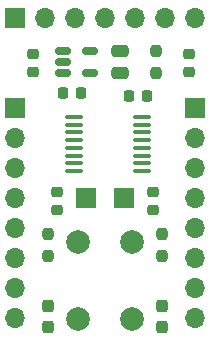
<source format=gbr>
%TF.GenerationSoftware,KiCad,Pcbnew,7.0.7*%
%TF.CreationDate,2024-07-05T12:18:51-04:00*%
%TF.ProjectId,MSP430FR21_Breakout,4d535034-3330-4465-9232-315f42726561,rev?*%
%TF.SameCoordinates,Original*%
%TF.FileFunction,Soldermask,Top*%
%TF.FilePolarity,Negative*%
%FSLAX46Y46*%
G04 Gerber Fmt 4.6, Leading zero omitted, Abs format (unit mm)*
G04 Created by KiCad (PCBNEW 7.0.7) date 2024-07-05 12:18:51*
%MOMM*%
%LPD*%
G01*
G04 APERTURE LIST*
G04 Aperture macros list*
%AMRoundRect*
0 Rectangle with rounded corners*
0 $1 Rounding radius*
0 $2 $3 $4 $5 $6 $7 $8 $9 X,Y pos of 4 corners*
0 Add a 4 corners polygon primitive as box body*
4,1,4,$2,$3,$4,$5,$6,$7,$8,$9,$2,$3,0*
0 Add four circle primitives for the rounded corners*
1,1,$1+$1,$2,$3*
1,1,$1+$1,$4,$5*
1,1,$1+$1,$6,$7*
1,1,$1+$1,$8,$9*
0 Add four rect primitives between the rounded corners*
20,1,$1+$1,$2,$3,$4,$5,0*
20,1,$1+$1,$4,$5,$6,$7,0*
20,1,$1+$1,$6,$7,$8,$9,0*
20,1,$1+$1,$8,$9,$2,$3,0*%
G04 Aperture macros list end*
%ADD10RoundRect,0.225000X-0.250000X0.225000X-0.250000X-0.225000X0.250000X-0.225000X0.250000X0.225000X0*%
%ADD11RoundRect,0.100000X0.637500X0.100000X-0.637500X0.100000X-0.637500X-0.100000X0.637500X-0.100000X0*%
%ADD12RoundRect,0.225000X0.250000X-0.225000X0.250000X0.225000X-0.250000X0.225000X-0.250000X-0.225000X0*%
%ADD13RoundRect,0.150000X-0.512500X-0.150000X0.512500X-0.150000X0.512500X0.150000X-0.512500X0.150000X0*%
%ADD14R,1.750000X1.800000*%
%ADD15C,2.000000*%
%ADD16R,1.700000X1.700000*%
%ADD17O,1.700000X1.700000*%
%ADD18RoundRect,0.237500X-0.237500X0.250000X-0.237500X-0.250000X0.237500X-0.250000X0.237500X0.250000X0*%
%ADD19RoundRect,0.237500X0.237500X-0.287500X0.237500X0.287500X-0.237500X0.287500X-0.237500X-0.287500X0*%
%ADD20RoundRect,0.250000X-0.475000X0.250000X-0.475000X-0.250000X0.475000X-0.250000X0.475000X0.250000X0*%
%ADD21RoundRect,0.225000X-0.225000X-0.250000X0.225000X-0.250000X0.225000X0.250000X-0.225000X0.250000X0*%
%ADD22RoundRect,0.225000X0.225000X0.250000X-0.225000X0.250000X-0.225000X-0.250000X0.225000X-0.250000X0*%
G04 APERTURE END LIST*
D10*
%TO.C,C6*%
X138684000Y-79248000D03*
X138684000Y-80798000D03*
%TD*%
D11*
%TO.C,U1*%
X147896500Y-89143000D03*
X147896500Y-88493000D03*
X147896500Y-87843000D03*
X147896500Y-87193000D03*
X147896500Y-86543000D03*
X147896500Y-85893000D03*
X147896500Y-85243000D03*
X147896500Y-84593000D03*
X142171500Y-84593000D03*
X142171500Y-85243000D03*
X142171500Y-85893000D03*
X142171500Y-86543000D03*
X142171500Y-87193000D03*
X142171500Y-87843000D03*
X142171500Y-88493000D03*
X142171500Y-89143000D03*
%TD*%
D12*
%TO.C,C5*%
X151892000Y-80798000D03*
X151892000Y-79248000D03*
%TD*%
D13*
%TO.C,U2*%
X141224000Y-78994000D03*
X141224000Y-79944000D03*
X141224000Y-80894000D03*
X143499000Y-80894000D03*
X143499000Y-78994000D03*
%TD*%
D14*
%TO.C,Y1*%
X146405000Y-91440000D03*
X143155000Y-91440000D03*
%TD*%
D15*
%TO.C,SW1*%
X142530000Y-101675000D03*
X142530000Y-95175000D03*
X147030000Y-101675000D03*
X147030000Y-95175000D03*
%TD*%
D16*
%TO.C,J3*%
X137160000Y-76200000D03*
D17*
X139700000Y-76200000D03*
X142240000Y-76200000D03*
X144780000Y-76200000D03*
X147320000Y-76200000D03*
X149860000Y-76200000D03*
X152400000Y-76200000D03*
%TD*%
D16*
%TO.C,J2*%
X152400000Y-83820000D03*
D17*
X152400000Y-86360000D03*
X152400000Y-88900000D03*
X152400000Y-91440000D03*
X152400000Y-93980000D03*
X152400000Y-96520000D03*
X152400000Y-99060000D03*
X152400000Y-101600000D03*
%TD*%
D18*
%TO.C,R2*%
X149606000Y-94488000D03*
X149606000Y-96313000D03*
%TD*%
D19*
%TO.C,D2*%
X139954000Y-102334000D03*
X139954000Y-100584000D03*
%TD*%
D10*
%TO.C,C3*%
X140716000Y-90932000D03*
X140716000Y-92482000D03*
%TD*%
D20*
%TO.C,C1*%
X146050000Y-78994000D03*
X146050000Y-80894000D03*
%TD*%
D19*
%TO.C,D1*%
X149606000Y-102334000D03*
X149606000Y-100584000D03*
%TD*%
D21*
%TO.C,C2*%
X146786000Y-82804000D03*
X148336000Y-82804000D03*
%TD*%
D12*
%TO.C,C4*%
X148844000Y-92482000D03*
X148844000Y-90932000D03*
%TD*%
D18*
%TO.C,R3*%
X139954000Y-94488000D03*
X139954000Y-96313000D03*
%TD*%
D22*
%TO.C,C7*%
X142748000Y-82550000D03*
X141198000Y-82550000D03*
%TD*%
D18*
%TO.C,R1*%
X149098000Y-78994000D03*
X149098000Y-80819000D03*
%TD*%
D16*
%TO.C,J1*%
X137160000Y-83820000D03*
D17*
X137160000Y-86360000D03*
X137160000Y-88900000D03*
X137160000Y-91440000D03*
X137160000Y-93980000D03*
X137160000Y-96520000D03*
X137160000Y-99060000D03*
X137160000Y-101600000D03*
%TD*%
M02*

</source>
